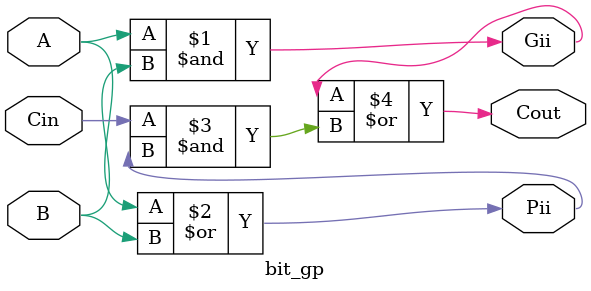
<source format=sv>
module bit_gp(
		input logic A, B, Cin,
		output logic Gii, Pii, Cout);
	
	assign Gii = A & B;
	assign Pii = A | B;
	assign Cout = Gii | (Cin & Pii);
endmodule

</source>
